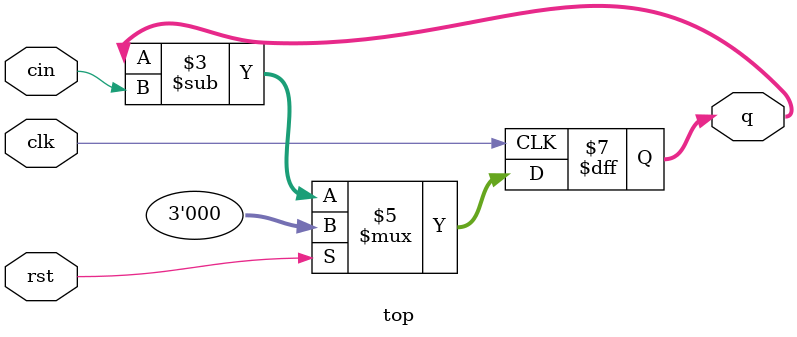
<source format=v>
`default_nettype none
module top(clk, cin, rst, q);
    input wire clk, cin, rst;
    output reg [2:0] q;
/* verilator lint_off WIDTHEXPAND */
    always @(posedge clk)
    begin
        if(rst == 1'b1) q <= 3'b0;
        else q <= q - cin;
    end
/* verilator lint_on WIDTHEXPAND */
endmodule

</source>
